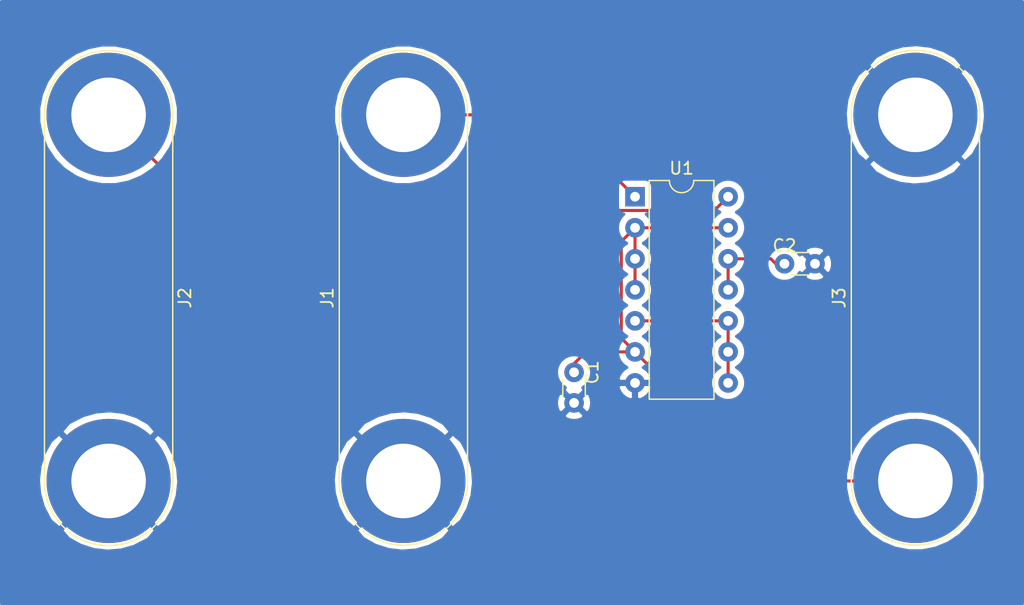
<source format=kicad_pcb>
(kicad_pcb (version 20171130) (host pcbnew "(5.1.9)-1")

  (general
    (thickness 1.6)
    (drawings 0)
    (tracks 21)
    (zones 0)
    (modules 6)
    (nets 7)
  )

  (page A4)
  (layers
    (0 F.Cu signal hide)
    (31 B.Cu signal)
    (32 B.Adhes user)
    (33 F.Adhes user)
    (34 B.Paste user)
    (35 F.Paste user)
    (36 B.SilkS user)
    (37 F.SilkS user)
    (38 B.Mask user)
    (39 F.Mask user)
    (40 Dwgs.User user)
    (41 Cmts.User user)
    (42 Eco1.User user)
    (43 Eco2.User user)
    (44 Edge.Cuts user)
    (45 Margin user)
    (46 B.CrtYd user)
    (47 F.CrtYd user)
    (48 B.Fab user)
    (49 F.Fab user)
  )

  (setup
    (last_trace_width 0.25)
    (trace_clearance 0.2)
    (zone_clearance 0.508)
    (zone_45_only no)
    (trace_min 0.2)
    (via_size 0.8)
    (via_drill 0.4)
    (via_min_size 0.4)
    (via_min_drill 0.3)
    (uvia_size 0.3)
    (uvia_drill 0.1)
    (uvias_allowed no)
    (uvia_min_size 0.2)
    (uvia_min_drill 0.1)
    (edge_width 0.05)
    (segment_width 0.2)
    (pcb_text_width 0.3)
    (pcb_text_size 1.5 1.5)
    (mod_edge_width 0.12)
    (mod_text_size 1 1)
    (mod_text_width 0.15)
    (pad_size 1.524 1.524)
    (pad_drill 0.762)
    (pad_to_mask_clearance 0)
    (aux_axis_origin 0 0)
    (visible_elements 7FFFFFFF)
    (pcbplotparams
      (layerselection 0x010fc_ffffffff)
      (usegerberextensions false)
      (usegerberattributes true)
      (usegerberadvancedattributes true)
      (creategerberjobfile true)
      (excludeedgelayer true)
      (linewidth 0.100000)
      (plotframeref false)
      (viasonmask false)
      (mode 1)
      (useauxorigin false)
      (hpglpennumber 1)
      (hpglpenspeed 20)
      (hpglpendiameter 15.000000)
      (psnegative false)
      (psa4output false)
      (plotreference true)
      (plotvalue true)
      (plotinvisibletext false)
      (padsonsilk false)
      (subtractmaskfromsilk false)
      (outputformat 1)
      (mirror false)
      (drillshape 1)
      (scaleselection 1)
      (outputdirectory ""))
  )

  (net 0 "")
  (net 1 GND)
  (net 2 "Net-(C2-Pad1)")
  (net 3 /Vin)
  (net 4 VDD)
  (net 5 "Net-(U1-Pad10)")
  (net 6 /Vout)

  (net_class Default "This is the default net class."
    (clearance 0.2)
    (trace_width 0.25)
    (via_dia 0.8)
    (via_drill 0.4)
    (uvia_dia 0.3)
    (uvia_drill 0.1)
    (add_net /Vin)
    (add_net /Vout)
    (add_net GND)
    (add_net "Net-(C2-Pad1)")
    (add_net "Net-(U1-Pad10)")
    (add_net VDD)
  )

  (module Capacitor_THT:C_Disc_D3.0mm_W1.6mm_P2.50mm (layer F.Cu) (tedit 5AE50EF0) (tstamp 60251C68)
    (at 160.7325 110.49)
    (descr "C, Disc series, Radial, pin pitch=2.50mm, , diameter*width=3.0*1.6mm^2, Capacitor, http://www.vishay.com/docs/45233/krseries.pdf")
    (tags "C Disc series Radial pin pitch 2.50mm  diameter 3.0mm width 1.6mm Capacitor")
    (path /60267550)
    (fp_text reference C2 (at 0 -1.48) (layer F.SilkS)
      (effects (font (size 1 1) (thickness 0.15)))
    )
    (fp_text value 14.88nF (at 0 1.48) (layer F.Fab)
      (effects (font (size 1 1) (thickness 0.15)))
    )
    (fp_text user %R (at 0 0) (layer F.Fab)
      (effects (font (size 0.4 0.4) (thickness 0.06)))
    )
    (fp_line (start -0.25 -0.8) (end -0.25 0.8) (layer F.Fab) (width 0.1))
    (fp_line (start -0.25 0.8) (end 2.75 0.8) (layer F.Fab) (width 0.1))
    (fp_line (start 2.75 0.8) (end 2.75 -0.8) (layer F.Fab) (width 0.1))
    (fp_line (start 2.75 -0.8) (end -0.25 -0.8) (layer F.Fab) (width 0.1))
    (fp_line (start 0.621 -0.92) (end 1.879 -0.92) (layer F.SilkS) (width 0.12))
    (fp_line (start 0.621 0.92) (end 1.879 0.92) (layer F.SilkS) (width 0.12))
    (fp_line (start -1.05 -1.05) (end -1.05 1.05) (layer F.CrtYd) (width 0.05))
    (fp_line (start -1.05 1.05) (end 3.55 1.05) (layer F.CrtYd) (width 0.05))
    (fp_line (start 3.55 1.05) (end 3.55 -1.05) (layer F.CrtYd) (width 0.05))
    (fp_line (start 3.55 -1.05) (end -1.05 -1.05) (layer F.CrtYd) (width 0.05))
    (pad 2 thru_hole circle (at 2.5 0) (size 1.6 1.6) (drill 0.8) (layers *.Cu *.Mask)
      (net 1 GND))
    (pad 1 thru_hole circle (at 0 0) (size 1.6 1.6) (drill 0.8) (layers *.Cu *.Mask)
      (net 2 "Net-(C2-Pad1)"))
    (model ${KISYS3DMOD}/Capacitor_THT.3dshapes/C_Disc_D3.0mm_W1.6mm_P2.50mm.wrl
      (at (xyz 0 0 0))
      (scale (xyz 1 1 1))
      (rotate (xyz 0 0 0))
    )
  )

  (module Capacitor_THT:C_Disc_D3.0mm_W1.6mm_P2.50mm (layer F.Cu) (tedit 5AE50EF0) (tstamp 60251C55)
    (at 143.51 119.38 270)
    (descr "C, Disc series, Radial, pin pitch=2.50mm, , diameter*width=3.0*1.6mm^2, Capacitor, http://www.vishay.com/docs/45233/krseries.pdf")
    (tags "C Disc series Radial pin pitch 2.50mm  diameter 3.0mm width 1.6mm Capacitor")
    (path /60268082)
    (fp_text reference C1 (at 0 -1.48 90) (layer F.SilkS)
      (effects (font (size 1 1) (thickness 0.15)))
    )
    (fp_text value 59.52nF (at 0 1.48 90) (layer F.Fab)
      (effects (font (size 1 1) (thickness 0.15)))
    )
    (fp_text user %R (at 0 0 90) (layer F.Fab)
      (effects (font (size 0.4 0.4) (thickness 0.06)))
    )
    (fp_line (start -0.25 -0.8) (end -0.25 0.8) (layer F.Fab) (width 0.1))
    (fp_line (start -0.25 0.8) (end 2.75 0.8) (layer F.Fab) (width 0.1))
    (fp_line (start 2.75 0.8) (end 2.75 -0.8) (layer F.Fab) (width 0.1))
    (fp_line (start 2.75 -0.8) (end -0.25 -0.8) (layer F.Fab) (width 0.1))
    (fp_line (start 0.621 -0.92) (end 1.879 -0.92) (layer F.SilkS) (width 0.12))
    (fp_line (start 0.621 0.92) (end 1.879 0.92) (layer F.SilkS) (width 0.12))
    (fp_line (start -1.05 -1.05) (end -1.05 1.05) (layer F.CrtYd) (width 0.05))
    (fp_line (start -1.05 1.05) (end 3.55 1.05) (layer F.CrtYd) (width 0.05))
    (fp_line (start 3.55 1.05) (end 3.55 -1.05) (layer F.CrtYd) (width 0.05))
    (fp_line (start 3.55 -1.05) (end -1.05 -1.05) (layer F.CrtYd) (width 0.05))
    (pad 2 thru_hole circle (at 2.5 0 270) (size 1.6 1.6) (drill 0.8) (layers *.Cu *.Mask)
      (net 1 GND))
    (pad 1 thru_hole circle (at 0 0 270) (size 1.6 1.6) (drill 0.8) (layers *.Cu *.Mask)
      (net 6 /Vout))
    (model ${KISYS3DMOD}/Capacitor_THT.3dshapes/C_Disc_D3.0mm_W1.6mm_P2.50mm.wrl
      (at (xyz 0 0 0))
      (scale (xyz 1 1 1))
      (rotate (xyz 0 0 0))
    )
  )

  (module Connector:Banana_Jack_2Pin (layer F.Cu) (tedit 5A1AB217) (tstamp 60251C7B)
    (at 129.54 128.27 90)
    (descr "Dual banana socket, footprint - 2 x 6mm drills")
    (tags "banana socket")
    (path /6026CFB6)
    (fp_text reference J1 (at 14.985 -6.24 90) (layer F.SilkS)
      (effects (font (size 1 1) (thickness 0.15)))
    )
    (fp_text value Conn_01x02 (at 14.985 6.29 90) (layer F.Fab)
      (effects (font (size 1 1) (thickness 0.15)))
    )
    (fp_arc (start 0 0) (end 0 5.25) (angle 180) (layer F.SilkS) (width 0.12))
    (fp_arc (start 30 0) (end 30 -5.25) (angle 180) (layer F.SilkS) (width 0.12))
    (fp_arc (start 30 0) (end 30 -5.5) (angle 180) (layer F.CrtYd) (width 0.05))
    (fp_arc (start 0 0) (end 0 5.5) (angle 180) (layer F.CrtYd) (width 0.05))
    (fp_text user %R (at 14.985 0 90) (layer F.Fab)
      (effects (font (size 1 1) (thickness 0.15)))
    )
    (fp_line (start 30 -5.5) (end 0 -5.5) (layer F.CrtYd) (width 0.05))
    (fp_line (start 0 5.5) (end 30 5.5) (layer F.CrtYd) (width 0.05))
    (fp_line (start 0 5.25) (end 30 5.25) (layer F.SilkS) (width 0.12))
    (fp_line (start 30 -5.25) (end 0 -5.25) (layer F.SilkS) (width 0.12))
    (fp_circle (center 30 0) (end 32 0) (layer F.Fab) (width 0.1))
    (fp_circle (center 0 0) (end 2 0) (layer F.Fab) (width 0.1))
    (fp_circle (center 0 0) (end 4.75 0) (layer F.Fab) (width 0.1))
    (fp_circle (center 30 0) (end 34.75 0) (layer F.Fab) (width 0.1))
    (pad 2 thru_hole circle (at 29.97 0 90) (size 10.16 10.16) (drill 6.1) (layers *.Cu *.Mask)
      (net 3 /Vin))
    (pad 1 thru_hole circle (at 0 0 90) (size 10.16 10.16) (drill 6.1) (layers *.Cu *.Mask)
      (net 1 GND))
    (model ${KISYS3DMOD}/Connector.3dshapes/Banana_Jack_2Pin.wrl
      (offset (xyz 14.98599977493286 0 0))
      (scale (xyz 2 2 2))
      (rotate (xyz 0 0 0))
    )
  )

  (module Connector:Banana_Jack_2Pin (layer F.Cu) (tedit 5A1AB217) (tstamp 60251C8E)
    (at 105.41 98.3 270)
    (descr "Dual banana socket, footprint - 2 x 6mm drills")
    (tags "banana socket")
    (path /6026E228)
    (fp_text reference J2 (at 14.985 -6.24 90) (layer F.SilkS)
      (effects (font (size 1 1) (thickness 0.15)))
    )
    (fp_text value Conn_01x02 (at 14.985 6.29 90) (layer F.Fab)
      (effects (font (size 1 1) (thickness 0.15)))
    )
    (fp_arc (start 0 0) (end 0 5.25) (angle 180) (layer F.SilkS) (width 0.12))
    (fp_arc (start 30 0) (end 30 -5.25) (angle 180) (layer F.SilkS) (width 0.12))
    (fp_arc (start 30 0) (end 30 -5.5) (angle 180) (layer F.CrtYd) (width 0.05))
    (fp_arc (start 0 0) (end 0 5.5) (angle 180) (layer F.CrtYd) (width 0.05))
    (fp_text user %R (at 14.985 0 90) (layer F.Fab)
      (effects (font (size 1 1) (thickness 0.15)))
    )
    (fp_line (start 30 -5.5) (end 0 -5.5) (layer F.CrtYd) (width 0.05))
    (fp_line (start 0 5.5) (end 30 5.5) (layer F.CrtYd) (width 0.05))
    (fp_line (start 0 5.25) (end 30 5.25) (layer F.SilkS) (width 0.12))
    (fp_line (start 30 -5.25) (end 0 -5.25) (layer F.SilkS) (width 0.12))
    (fp_circle (center 30 0) (end 32 0) (layer F.Fab) (width 0.1))
    (fp_circle (center 0 0) (end 2 0) (layer F.Fab) (width 0.1))
    (fp_circle (center 0 0) (end 4.75 0) (layer F.Fab) (width 0.1))
    (fp_circle (center 30 0) (end 34.75 0) (layer F.Fab) (width 0.1))
    (pad 2 thru_hole circle (at 29.97 0 270) (size 10.16 10.16) (drill 6.1) (layers *.Cu *.Mask)
      (net 1 GND))
    (pad 1 thru_hole circle (at 0 0 270) (size 10.16 10.16) (drill 6.1) (layers *.Cu *.Mask)
      (net 4 VDD))
    (model ${KISYS3DMOD}/Connector.3dshapes/Banana_Jack_2Pin.wrl
      (offset (xyz 14.98599977493286 0 0))
      (scale (xyz 2 2 2))
      (rotate (xyz 0 0 0))
    )
  )

  (module Connector:Banana_Jack_2Pin (layer F.Cu) (tedit 5A1AB217) (tstamp 60251CA1)
    (at 171.45 128.27 90)
    (descr "Dual banana socket, footprint - 2 x 6mm drills")
    (tags "banana socket")
    (path /6026B61B)
    (fp_text reference J3 (at 14.985 -6.24 90) (layer F.SilkS)
      (effects (font (size 1 1) (thickness 0.15)))
    )
    (fp_text value Conn_01x02 (at 14.985 6.29 90) (layer F.Fab)
      (effects (font (size 1 1) (thickness 0.15)))
    )
    (fp_arc (start 0 0) (end 0 5.25) (angle 180) (layer F.SilkS) (width 0.12))
    (fp_arc (start 30 0) (end 30 -5.25) (angle 180) (layer F.SilkS) (width 0.12))
    (fp_arc (start 30 0) (end 30 -5.5) (angle 180) (layer F.CrtYd) (width 0.05))
    (fp_arc (start 0 0) (end 0 5.5) (angle 180) (layer F.CrtYd) (width 0.05))
    (fp_text user %R (at 14.985 0 90) (layer F.Fab)
      (effects (font (size 1 1) (thickness 0.15)))
    )
    (fp_line (start 30 -5.5) (end 0 -5.5) (layer F.CrtYd) (width 0.05))
    (fp_line (start 0 5.5) (end 30 5.5) (layer F.CrtYd) (width 0.05))
    (fp_line (start 0 5.25) (end 30 5.25) (layer F.SilkS) (width 0.12))
    (fp_line (start 30 -5.25) (end 0 -5.25) (layer F.SilkS) (width 0.12))
    (fp_circle (center 30 0) (end 32 0) (layer F.Fab) (width 0.1))
    (fp_circle (center 0 0) (end 2 0) (layer F.Fab) (width 0.1))
    (fp_circle (center 0 0) (end 4.75 0) (layer F.Fab) (width 0.1))
    (fp_circle (center 30 0) (end 34.75 0) (layer F.Fab) (width 0.1))
    (pad 2 thru_hole circle (at 29.97 0 90) (size 10.16 10.16) (drill 6.1) (layers *.Cu *.Mask)
      (net 1 GND))
    (pad 1 thru_hole circle (at 0 0 90) (size 10.16 10.16) (drill 6.1) (layers *.Cu *.Mask)
      (net 6 /Vout))
    (model ${KISYS3DMOD}/Connector.3dshapes/Banana_Jack_2Pin.wrl
      (offset (xyz 14.98599977493286 0 0))
      (scale (xyz 2 2 2))
      (rotate (xyz 0 0 0))
    )
  )

  (module Package_DIP:DIP-14_W7.62mm (layer F.Cu) (tedit 5A02E8C5) (tstamp 60251CC3)
    (at 148.5011 105.0036)
    (descr "14-lead though-hole mounted DIP package, row spacing 7.62 mm (300 mils)")
    (tags "THT DIP DIL PDIP 2.54mm 7.62mm 300mil")
    (path /6026EFAE)
    (fp_text reference U1 (at 3.81 -2.33) (layer F.SilkS)
      (effects (font (size 1 1) (thickness 0.15)))
    )
    (fp_text value 4069 (at 3.81 17.57) (layer F.Fab)
      (effects (font (size 1 1) (thickness 0.15)))
    )
    (fp_text user %R (at 3.81 7.62) (layer F.Fab)
      (effects (font (size 1 1) (thickness 0.15)))
    )
    (fp_arc (start 3.81 -1.33) (end 2.81 -1.33) (angle -180) (layer F.SilkS) (width 0.12))
    (fp_line (start 1.635 -1.27) (end 6.985 -1.27) (layer F.Fab) (width 0.1))
    (fp_line (start 6.985 -1.27) (end 6.985 16.51) (layer F.Fab) (width 0.1))
    (fp_line (start 6.985 16.51) (end 0.635 16.51) (layer F.Fab) (width 0.1))
    (fp_line (start 0.635 16.51) (end 0.635 -0.27) (layer F.Fab) (width 0.1))
    (fp_line (start 0.635 -0.27) (end 1.635 -1.27) (layer F.Fab) (width 0.1))
    (fp_line (start 2.81 -1.33) (end 1.16 -1.33) (layer F.SilkS) (width 0.12))
    (fp_line (start 1.16 -1.33) (end 1.16 16.57) (layer F.SilkS) (width 0.12))
    (fp_line (start 1.16 16.57) (end 6.46 16.57) (layer F.SilkS) (width 0.12))
    (fp_line (start 6.46 16.57) (end 6.46 -1.33) (layer F.SilkS) (width 0.12))
    (fp_line (start 6.46 -1.33) (end 4.81 -1.33) (layer F.SilkS) (width 0.12))
    (fp_line (start -1.1 -1.55) (end -1.1 16.8) (layer F.CrtYd) (width 0.05))
    (fp_line (start -1.1 16.8) (end 8.7 16.8) (layer F.CrtYd) (width 0.05))
    (fp_line (start 8.7 16.8) (end 8.7 -1.55) (layer F.CrtYd) (width 0.05))
    (fp_line (start 8.7 -1.55) (end -1.1 -1.55) (layer F.CrtYd) (width 0.05))
    (pad 14 thru_hole oval (at 7.62 0) (size 1.6 1.6) (drill 0.8) (layers *.Cu *.Mask)
      (net 4 VDD))
    (pad 7 thru_hole oval (at 0 15.24) (size 1.6 1.6) (drill 0.8) (layers *.Cu *.Mask)
      (net 1 GND))
    (pad 13 thru_hole oval (at 7.62 2.54) (size 1.6 1.6) (drill 0.8) (layers *.Cu *.Mask)
      (net 6 /Vout))
    (pad 6 thru_hole oval (at 0 12.7) (size 1.6 1.6) (drill 0.8) (layers *.Cu *.Mask)
      (net 6 /Vout))
    (pad 12 thru_hole oval (at 7.62 5.08) (size 1.6 1.6) (drill 0.8) (layers *.Cu *.Mask)
      (net 2 "Net-(C2-Pad1)"))
    (pad 5 thru_hole oval (at 0 10.16) (size 1.6 1.6) (drill 0.8) (layers *.Cu *.Mask)
      (net 5 "Net-(U1-Pad10)"))
    (pad 11 thru_hole oval (at 7.62 7.62) (size 1.6 1.6) (drill 0.8) (layers *.Cu *.Mask)
      (net 2 "Net-(C2-Pad1)"))
    (pad 4 thru_hole oval (at 0 7.62) (size 1.6 1.6) (drill 0.8) (layers *.Cu *.Mask)
      (net 6 /Vout))
    (pad 10 thru_hole oval (at 7.62 10.16) (size 1.6 1.6) (drill 0.8) (layers *.Cu *.Mask)
      (net 5 "Net-(U1-Pad10)"))
    (pad 3 thru_hole oval (at 0 5.08) (size 1.6 1.6) (drill 0.8) (layers *.Cu *.Mask)
      (net 6 /Vout))
    (pad 9 thru_hole oval (at 7.62 12.7) (size 1.6 1.6) (drill 0.8) (layers *.Cu *.Mask)
      (net 5 "Net-(U1-Pad10)"))
    (pad 2 thru_hole oval (at 0 2.54) (size 1.6 1.6) (drill 0.8) (layers *.Cu *.Mask)
      (net 6 /Vout))
    (pad 8 thru_hole oval (at 7.62 15.24) (size 1.6 1.6) (drill 0.8) (layers *.Cu *.Mask)
      (net 5 "Net-(U1-Pad10)"))
    (pad 1 thru_hole rect (at 0 0) (size 1.6 1.6) (drill 0.8) (layers *.Cu *.Mask)
      (net 3 /Vin))
    (model ${KISYS3DMOD}/Package_DIP.3dshapes/DIP-14_W7.62mm.wrl
      (at (xyz 0 0 0))
      (scale (xyz 1 1 1))
      (rotate (xyz 0 0 0))
    )
  )

  (segment (start 148.35 120.0925) (end 148.5011 120.2436) (width 0.25) (layer F.Cu) (net 1))
  (segment (start 144.4739 117.7036) (end 143.51 118.6675) (width 0.25) (layer F.Cu) (net 6))
  (segment (start 148.5011 117.7036) (end 144.4739 117.7036) (width 0.25) (layer F.Cu) (net 6))
  (segment (start 159.0675 128.27) (end 171.45 128.27) (width 0.25) (layer F.Cu) (net 6))
  (segment (start 148.5011 117.7036) (end 159.0675 128.27) (width 0.25) (layer F.Cu) (net 6))
  (segment (start 147.376099 108.668601) (end 148.5011 107.5436) (width 0.25) (layer F.Cu) (net 6))
  (segment (start 147.376099 116.578599) (end 147.376099 108.668601) (width 0.25) (layer F.Cu) (net 6))
  (segment (start 148.5011 117.7036) (end 147.376099 116.578599) (width 0.25) (layer F.Cu) (net 6))
  (segment (start 156.1211 107.5436) (end 148.5011 107.5436) (width 0.25) (layer F.Cu) (net 6))
  (segment (start 148.5011 110.0836) (end 148.5011 107.5436) (width 0.25) (layer F.Cu) (net 6))
  (segment (start 148.5011 112.6236) (end 148.5011 110.5789) (width 0.25) (layer F.Cu) (net 6))
  (segment (start 159.6136 110.0836) (end 160.02 110.49) (width 0.25) (layer F.Cu) (net 2))
  (segment (start 156.1211 110.0836) (end 159.6136 110.0836) (width 0.25) (layer F.Cu) (net 2))
  (segment (start 156.1211 110.0836) (end 156.1211 112.6236) (width 0.25) (layer F.Cu) (net 2))
  (segment (start 141.7975 98.3) (end 148.5011 105.0036) (width 0.25) (layer F.Cu) (net 3))
  (segment (start 129.54 98.3) (end 141.7975 98.3) (width 0.25) (layer F.Cu) (net 3))
  (segment (start 154.996099 106.128601) (end 156.1211 105.0036) (width 0.25) (layer F.Cu) (net 4))
  (segment (start 113.238601 106.128601) (end 154.996099 106.128601) (width 0.25) (layer F.Cu) (net 4))
  (segment (start 105.41 98.3) (end 113.238601 106.128601) (width 0.25) (layer F.Cu) (net 4))
  (segment (start 156.1211 120.2436) (end 156.1211 115.1636) (width 0.25) (layer F.Cu) (net 5))
  (segment (start 148.5011 115.1636) (end 156.1211 115.1636) (width 0.25) (layer F.Cu) (net 5))

  (zone (net 1) (net_name GND) (layer B.Cu) (tstamp 6025BC43) (hatch edge 0.508)
    (connect_pads (clearance 0.508))
    (min_thickness 0.254)
    (fill yes (arc_segments 32) (thermal_gap 0.508) (thermal_bridge_width 0.508))
    (polygon
      (pts
        (xy 180.34 138.43) (xy 96.52 138.43) (xy 96.52 88.9) (xy 180.34 88.9)
      )
    )
    (filled_polygon
      (pts
        (xy 180.213 138.303) (xy 96.647 138.303) (xy 96.647 132.307196) (xy 101.552409 132.307196) (xy 102.138124 132.989416)
        (xy 103.121704 133.537045) (xy 104.193223 133.882265) (xy 105.311501 134.011808) (xy 106.433565 133.920697) (xy 107.516294 133.612433)
        (xy 108.518079 133.098863) (xy 108.681876 132.989416) (xy 109.267591 132.307196) (xy 125.682409 132.307196) (xy 126.268124 132.989416)
        (xy 127.251704 133.537045) (xy 128.323223 133.882265) (xy 129.441501 134.011808) (xy 130.563565 133.920697) (xy 131.646294 133.612433)
        (xy 132.648079 133.098863) (xy 132.811876 132.989416) (xy 133.397591 132.307196) (xy 129.54 128.449605) (xy 125.682409 132.307196)
        (xy 109.267591 132.307196) (xy 105.41 128.449605) (xy 101.552409 132.307196) (xy 96.647 132.307196) (xy 96.647 128.171501)
        (xy 99.668192 128.171501) (xy 99.759303 129.293565) (xy 100.067567 130.376294) (xy 100.581137 131.378079) (xy 100.690584 131.541876)
        (xy 101.372804 132.127591) (xy 105.230395 128.27) (xy 105.589605 128.27) (xy 109.447196 132.127591) (xy 110.129416 131.541876)
        (xy 110.677045 130.558296) (xy 111.022265 129.486777) (xy 111.151808 128.368499) (xy 111.135812 128.171501) (xy 123.798192 128.171501)
        (xy 123.889303 129.293565) (xy 124.197567 130.376294) (xy 124.711137 131.378079) (xy 124.820584 131.541876) (xy 125.502804 132.127591)
        (xy 129.360395 128.27) (xy 129.719605 128.27) (xy 133.577196 132.127591) (xy 134.259416 131.541876) (xy 134.807045 130.558296)
        (xy 135.152265 129.486777) (xy 135.281808 128.368499) (xy 135.228105 127.707122) (xy 165.735 127.707122) (xy 165.735 128.832878)
        (xy 165.954625 129.937004) (xy 166.385433 130.977067) (xy 167.01087 131.9131) (xy 167.8069 132.70913) (xy 168.742933 133.334567)
        (xy 169.782996 133.765375) (xy 170.887122 133.985) (xy 172.012878 133.985) (xy 173.117004 133.765375) (xy 174.157067 133.334567)
        (xy 175.0931 132.70913) (xy 175.88913 131.9131) (xy 176.514567 130.977067) (xy 176.945375 129.937004) (xy 177.165 128.832878)
        (xy 177.165 127.707122) (xy 176.945375 126.602996) (xy 176.514567 125.562933) (xy 175.88913 124.6269) (xy 175.0931 123.83087)
        (xy 174.157067 123.205433) (xy 173.117004 122.774625) (xy 172.012878 122.555) (xy 170.887122 122.555) (xy 169.782996 122.774625)
        (xy 168.742933 123.205433) (xy 167.8069 123.83087) (xy 167.01087 124.6269) (xy 166.385433 125.562933) (xy 165.954625 126.602996)
        (xy 165.735 127.707122) (xy 135.228105 127.707122) (xy 135.190697 127.246435) (xy 134.882433 126.163706) (xy 134.368863 125.161921)
        (xy 134.259416 124.998124) (xy 133.577196 124.412409) (xy 129.719605 128.27) (xy 129.360395 128.27) (xy 125.502804 124.412409)
        (xy 124.820584 124.998124) (xy 124.272955 125.981704) (xy 123.927735 127.053223) (xy 123.798192 128.171501) (xy 111.135812 128.171501)
        (xy 111.060697 127.246435) (xy 110.752433 126.163706) (xy 110.238863 125.161921) (xy 110.129416 124.998124) (xy 109.447196 124.412409)
        (xy 105.589605 128.27) (xy 105.230395 128.27) (xy 101.372804 124.412409) (xy 100.690584 124.998124) (xy 100.142955 125.981704)
        (xy 99.797735 127.053223) (xy 99.668192 128.171501) (xy 96.647 128.171501) (xy 96.647 124.232804) (xy 101.552409 124.232804)
        (xy 105.41 128.090395) (xy 109.267591 124.232804) (xy 125.682409 124.232804) (xy 129.54 128.090395) (xy 133.397591 124.232804)
        (xy 132.811876 123.550584) (xy 131.828296 123.002955) (xy 131.424008 122.872702) (xy 142.696903 122.872702) (xy 142.768486 123.116671)
        (xy 143.023996 123.237571) (xy 143.298184 123.3063) (xy 143.580512 123.320217) (xy 143.86013 123.278787) (xy 144.126292 123.183603)
        (xy 144.251514 123.116671) (xy 144.323097 122.872702) (xy 143.51 122.059605) (xy 142.696903 122.872702) (xy 131.424008 122.872702)
        (xy 130.756777 122.657735) (xy 129.638499 122.528192) (xy 128.516435 122.619303) (xy 127.433706 122.927567) (xy 126.431921 123.441137)
        (xy 126.268124 123.550584) (xy 125.682409 124.232804) (xy 109.267591 124.232804) (xy 108.681876 123.550584) (xy 107.698296 123.002955)
        (xy 106.626777 122.657735) (xy 105.508499 122.528192) (xy 104.386435 122.619303) (xy 103.303706 122.927567) (xy 102.301921 123.441137)
        (xy 102.138124 123.550584) (xy 101.552409 124.232804) (xy 96.647 124.232804) (xy 96.647 121.950512) (xy 142.069783 121.950512)
        (xy 142.111213 122.23013) (xy 142.206397 122.496292) (xy 142.273329 122.621514) (xy 142.517298 122.693097) (xy 143.330395 121.88)
        (xy 143.689605 121.88) (xy 144.502702 122.693097) (xy 144.746671 122.621514) (xy 144.867571 122.366004) (xy 144.9363 122.091816)
        (xy 144.950217 121.809488) (xy 144.908787 121.52987) (xy 144.813603 121.263708) (xy 144.746671 121.138486) (xy 144.502702 121.066903)
        (xy 143.689605 121.88) (xy 143.330395 121.88) (xy 142.517298 121.066903) (xy 142.273329 121.138486) (xy 142.152429 121.393996)
        (xy 142.0837 121.668184) (xy 142.069783 121.950512) (xy 96.647 121.950512) (xy 96.647 119.238665) (xy 142.075 119.238665)
        (xy 142.075 119.521335) (xy 142.130147 119.798574) (xy 142.23832 120.059727) (xy 142.395363 120.294759) (xy 142.595241 120.494637)
        (xy 142.795869 120.628692) (xy 142.768486 120.643329) (xy 142.696903 120.887298) (xy 143.51 121.700395) (xy 144.323097 120.887298)
        (xy 144.251514 120.643329) (xy 144.222659 120.629676) (xy 144.278088 120.592639) (xy 147.109196 120.592639) (xy 147.149854 120.726687)
        (xy 147.270063 120.98102) (xy 147.437581 121.207014) (xy 147.645969 121.395985) (xy 147.887219 121.54067) (xy 148.15206 121.635509)
        (xy 148.3741 121.514224) (xy 148.3741 120.3706) (xy 148.6281 120.3706) (xy 148.6281 121.514224) (xy 148.85014 121.635509)
        (xy 149.114981 121.54067) (xy 149.356231 121.395985) (xy 149.564619 121.207014) (xy 149.732137 120.98102) (xy 149.852346 120.726687)
        (xy 149.893004 120.592639) (xy 149.771015 120.3706) (xy 148.6281 120.3706) (xy 148.3741 120.3706) (xy 147.231185 120.3706)
        (xy 147.109196 120.592639) (xy 144.278088 120.592639) (xy 144.424759 120.494637) (xy 144.624637 120.294759) (xy 144.78168 120.059727)
        (xy 144.889853 119.798574) (xy 144.945 119.521335) (xy 144.945 119.238665) (xy 144.889853 118.961426) (xy 144.78168 118.700273)
        (xy 144.624637 118.465241) (xy 144.424759 118.265363) (xy 144.189727 118.10832) (xy 143.928574 118.000147) (xy 143.651335 117.945)
        (xy 143.368665 117.945) (xy 143.091426 118.000147) (xy 142.830273 118.10832) (xy 142.595241 118.265363) (xy 142.395363 118.465241)
        (xy 142.23832 118.700273) (xy 142.130147 118.961426) (xy 142.075 119.238665) (xy 96.647 119.238665) (xy 96.647 104.2036)
        (xy 147.063028 104.2036) (xy 147.063028 105.8036) (xy 147.075288 105.928082) (xy 147.111598 106.04778) (xy 147.170563 106.158094)
        (xy 147.249915 106.254785) (xy 147.346606 106.334137) (xy 147.45692 106.393102) (xy 147.576618 106.429412) (xy 147.585061 106.430243)
        (xy 147.386463 106.628841) (xy 147.22942 106.863873) (xy 147.121247 107.125026) (xy 147.0661 107.402265) (xy 147.0661 107.684935)
        (xy 147.121247 107.962174) (xy 147.22942 108.223327) (xy 147.386463 108.458359) (xy 147.586341 108.658237) (xy 147.818859 108.8136)
        (xy 147.586341 108.968963) (xy 147.386463 109.168841) (xy 147.22942 109.403873) (xy 147.121247 109.665026) (xy 147.0661 109.942265)
        (xy 147.0661 110.224935) (xy 147.121247 110.502174) (xy 147.22942 110.763327) (xy 147.386463 110.998359) (xy 147.586341 111.198237)
        (xy 147.818859 111.3536) (xy 147.586341 111.508963) (xy 147.386463 111.708841) (xy 147.22942 111.943873) (xy 147.121247 112.205026)
        (xy 147.0661 112.482265) (xy 147.0661 112.764935) (xy 147.121247 113.042174) (xy 147.22942 113.303327) (xy 147.386463 113.538359)
        (xy 147.586341 113.738237) (xy 147.818859 113.8936) (xy 147.586341 114.048963) (xy 147.386463 114.248841) (xy 147.22942 114.483873)
        (xy 147.121247 114.745026) (xy 147.0661 115.022265) (xy 147.0661 115.304935) (xy 147.121247 115.582174) (xy 147.22942 115.843327)
        (xy 147.386463 116.078359) (xy 147.586341 116.278237) (xy 147.818859 116.4336) (xy 147.586341 116.588963) (xy 147.386463 116.788841)
        (xy 147.22942 117.023873) (xy 147.121247 117.285026) (xy 147.0661 117.562265) (xy 147.0661 117.844935) (xy 147.121247 118.122174)
        (xy 147.22942 118.383327) (xy 147.386463 118.618359) (xy 147.586341 118.818237) (xy 147.821373 118.97528) (xy 147.831965 118.979667)
        (xy 147.645969 119.091215) (xy 147.437581 119.280186) (xy 147.270063 119.50618) (xy 147.149854 119.760513) (xy 147.109196 119.894561)
        (xy 147.231185 120.1166) (xy 148.3741 120.1166) (xy 148.3741 120.0966) (xy 148.6281 120.0966) (xy 148.6281 120.1166)
        (xy 149.771015 120.1166) (xy 149.893004 119.894561) (xy 149.852346 119.760513) (xy 149.732137 119.50618) (xy 149.564619 119.280186)
        (xy 149.356231 119.091215) (xy 149.170235 118.979667) (xy 149.180827 118.97528) (xy 149.415859 118.818237) (xy 149.615737 118.618359)
        (xy 149.77278 118.383327) (xy 149.880953 118.122174) (xy 149.9361 117.844935) (xy 149.9361 117.562265) (xy 149.880953 117.285026)
        (xy 149.77278 117.023873) (xy 149.615737 116.788841) (xy 149.415859 116.588963) (xy 149.183341 116.4336) (xy 149.415859 116.278237)
        (xy 149.615737 116.078359) (xy 149.77278 115.843327) (xy 149.880953 115.582174) (xy 149.9361 115.304935) (xy 149.9361 115.022265)
        (xy 149.880953 114.745026) (xy 149.77278 114.483873) (xy 149.615737 114.248841) (xy 149.415859 114.048963) (xy 149.183341 113.8936)
        (xy 149.415859 113.738237) (xy 149.615737 113.538359) (xy 149.77278 113.303327) (xy 149.880953 113.042174) (xy 149.9361 112.764935)
        (xy 149.9361 112.482265) (xy 149.880953 112.205026) (xy 149.77278 111.943873) (xy 149.615737 111.708841) (xy 149.415859 111.508963)
        (xy 149.183341 111.3536) (xy 149.415859 111.198237) (xy 149.615737 110.998359) (xy 149.77278 110.763327) (xy 149.880953 110.502174)
        (xy 149.9361 110.224935) (xy 149.9361 109.942265) (xy 149.880953 109.665026) (xy 149.77278 109.403873) (xy 149.615737 109.168841)
        (xy 149.415859 108.968963) (xy 149.183341 108.8136) (xy 149.415859 108.658237) (xy 149.615737 108.458359) (xy 149.77278 108.223327)
        (xy 149.880953 107.962174) (xy 149.9361 107.684935) (xy 149.9361 107.402265) (xy 149.880953 107.125026) (xy 149.77278 106.863873)
        (xy 149.615737 106.628841) (xy 149.417139 106.430243) (xy 149.425582 106.429412) (xy 149.54528 106.393102) (xy 149.655594 106.334137)
        (xy 149.752285 106.254785) (xy 149.831637 106.158094) (xy 149.890602 106.04778) (xy 149.926912 105.928082) (xy 149.939172 105.8036)
        (xy 149.939172 104.862265) (xy 154.6861 104.862265) (xy 154.6861 105.144935) (xy 154.741247 105.422174) (xy 154.84942 105.683327)
        (xy 155.006463 105.918359) (xy 155.206341 106.118237) (xy 155.438859 106.2736) (xy 155.206341 106.428963) (xy 155.006463 106.628841)
        (xy 154.84942 106.863873) (xy 154.741247 107.125026) (xy 154.6861 107.402265) (xy 154.6861 107.684935) (xy 154.741247 107.962174)
        (xy 154.84942 108.223327) (xy 155.006463 108.458359) (xy 155.206341 108.658237) (xy 155.438859 108.8136) (xy 155.206341 108.968963)
        (xy 155.006463 109.168841) (xy 154.84942 109.403873) (xy 154.741247 109.665026) (xy 154.6861 109.942265) (xy 154.6861 110.224935)
        (xy 154.741247 110.502174) (xy 154.84942 110.763327) (xy 155.006463 110.998359) (xy 155.206341 111.198237) (xy 155.438859 111.3536)
        (xy 155.206341 111.508963) (xy 155.006463 111.708841) (xy 154.84942 111.943873) (xy 154.741247 112.205026) (xy 154.6861 112.482265)
        (xy 154.6861 112.764935) (xy 154.741247 113.042174) (xy 154.84942 113.303327) (xy 155.006463 113.538359) (xy 155.206341 113.738237)
        (xy 155.438859 113.8936) (xy 155.206341 114.048963) (xy 155.006463 114.248841) (xy 154.84942 114.483873) (xy 154.741247 114.745026)
        (xy 154.6861 115.022265) (xy 154.6861 115.304935) (xy 154.741247 115.582174) (xy 154.84942 115.843327) (xy 155.006463 116.078359)
        (xy 155.206341 116.278237) (xy 155.438859 116.4336) (xy 155.206341 116.588963) (xy 155.006463 116.788841) (xy 154.84942 117.023873)
        (xy 154.741247 117.285026) (xy 154.6861 117.562265) (xy 154.6861 117.844935) (xy 154.741247 118.122174) (xy 154.84942 118.383327)
        (xy 155.006463 118.618359) (xy 155.206341 118.818237) (xy 155.438859 118.9736) (xy 155.206341 119.128963) (xy 155.006463 119.328841)
        (xy 154.84942 119.563873) (xy 154.741247 119.825026) (xy 154.6861 120.102265) (xy 154.6861 120.384935) (xy 154.741247 120.662174)
        (xy 154.84942 120.923327) (xy 155.006463 121.158359) (xy 155.206341 121.358237) (xy 155.441373 121.51528) (xy 155.702526 121.623453)
        (xy 155.979765 121.6786) (xy 156.262435 121.6786) (xy 156.539674 121.623453) (xy 156.800827 121.51528) (xy 157.035859 121.358237)
        (xy 157.235737 121.158359) (xy 157.39278 120.923327) (xy 157.500953 120.662174) (xy 157.5561 120.384935) (xy 157.5561 120.102265)
        (xy 157.500953 119.825026) (xy 157.39278 119.563873) (xy 157.235737 119.328841) (xy 157.035859 119.128963) (xy 156.803341 118.9736)
        (xy 157.035859 118.818237) (xy 157.235737 118.618359) (xy 157.39278 118.383327) (xy 157.500953 118.122174) (xy 157.5561 117.844935)
        (xy 157.5561 117.562265) (xy 157.500953 117.285026) (xy 157.39278 117.023873) (xy 157.235737 116.788841) (xy 157.035859 116.588963)
        (xy 156.803341 116.4336) (xy 157.035859 116.278237) (xy 157.235737 116.078359) (xy 157.39278 115.843327) (xy 157.500953 115.582174)
        (xy 157.5561 115.304935) (xy 157.5561 115.022265) (xy 157.500953 114.745026) (xy 157.39278 114.483873) (xy 157.235737 114.248841)
        (xy 157.035859 114.048963) (xy 156.803341 113.8936) (xy 157.035859 113.738237) (xy 157.235737 113.538359) (xy 157.39278 113.303327)
        (xy 157.500953 113.042174) (xy 157.5561 112.764935) (xy 157.5561 112.482265) (xy 157.500953 112.205026) (xy 157.39278 111.943873)
        (xy 157.235737 111.708841) (xy 157.035859 111.508963) (xy 156.803341 111.3536) (xy 157.035859 111.198237) (xy 157.235737 110.998359)
        (xy 157.39278 110.763327) (xy 157.500953 110.502174) (xy 157.531488 110.348665) (xy 159.2975 110.348665) (xy 159.2975 110.631335)
        (xy 159.352647 110.908574) (xy 159.46082 111.169727) (xy 159.617863 111.404759) (xy 159.817741 111.604637) (xy 160.052773 111.76168)
        (xy 160.313926 111.869853) (xy 160.591165 111.925) (xy 160.873835 111.925) (xy 161.151074 111.869853) (xy 161.412227 111.76168)
        (xy 161.647259 111.604637) (xy 161.769194 111.482702) (xy 162.419403 111.482702) (xy 162.490986 111.726671) (xy 162.746496 111.847571)
        (xy 163.020684 111.9163) (xy 163.303012 111.930217) (xy 163.58263 111.888787) (xy 163.848792 111.793603) (xy 163.974014 111.726671)
        (xy 164.045597 111.482702) (xy 163.2325 110.669605) (xy 162.419403 111.482702) (xy 161.769194 111.482702) (xy 161.847137 111.404759)
        (xy 161.981192 111.204131) (xy 161.995829 111.231514) (xy 162.239798 111.303097) (xy 163.052895 110.49) (xy 163.412105 110.49)
        (xy 164.225202 111.303097) (xy 164.469171 111.231514) (xy 164.590071 110.976004) (xy 164.6588 110.701816) (xy 164.672717 110.419488)
        (xy 164.631287 110.13987) (xy 164.536103 109.873708) (xy 164.469171 109.748486) (xy 164.225202 109.676903) (xy 163.412105 110.49)
        (xy 163.052895 110.49) (xy 162.239798 109.676903) (xy 161.995829 109.748486) (xy 161.982176 109.777341) (xy 161.847137 109.575241)
        (xy 161.769194 109.497298) (xy 162.419403 109.497298) (xy 163.2325 110.310395) (xy 164.045597 109.497298) (xy 163.974014 109.253329)
        (xy 163.718504 109.132429) (xy 163.444316 109.0637) (xy 163.161988 109.049783) (xy 162.88237 109.091213) (xy 162.616208 109.186397)
        (xy 162.490986 109.253329) (xy 162.419403 109.497298) (xy 161.769194 109.497298) (xy 161.647259 109.375363) (xy 161.412227 109.21832)
        (xy 161.151074 109.110147) (xy 160.873835 109.055) (xy 160.591165 109.055) (xy 160.313926 109.110147) (xy 160.052773 109.21832)
        (xy 159.817741 109.375363) (xy 159.617863 109.575241) (xy 159.46082 109.810273) (xy 159.352647 110.071426) (xy 159.2975 110.348665)
        (xy 157.531488 110.348665) (xy 157.5561 110.224935) (xy 157.5561 109.942265) (xy 157.500953 109.665026) (xy 157.39278 109.403873)
        (xy 157.235737 109.168841) (xy 157.035859 108.968963) (xy 156.803341 108.8136) (xy 157.035859 108.658237) (xy 157.235737 108.458359)
        (xy 157.39278 108.223327) (xy 157.500953 107.962174) (xy 157.5561 107.684935) (xy 157.5561 107.402265) (xy 157.500953 107.125026)
        (xy 157.39278 106.863873) (xy 157.235737 106.628841) (xy 157.035859 106.428963) (xy 156.803341 106.2736) (xy 157.035859 106.118237)
        (xy 157.235737 105.918359) (xy 157.39278 105.683327) (xy 157.500953 105.422174) (xy 157.5561 105.144935) (xy 157.5561 104.862265)
        (xy 157.500953 104.585026) (xy 157.39278 104.323873) (xy 157.235737 104.088841) (xy 157.035859 103.888963) (xy 156.800827 103.73192)
        (xy 156.539674 103.623747) (xy 156.262435 103.5686) (xy 155.979765 103.5686) (xy 155.702526 103.623747) (xy 155.441373 103.73192)
        (xy 155.206341 103.888963) (xy 155.006463 104.088841) (xy 154.84942 104.323873) (xy 154.741247 104.585026) (xy 154.6861 104.862265)
        (xy 149.939172 104.862265) (xy 149.939172 104.2036) (xy 149.926912 104.079118) (xy 149.890602 103.95942) (xy 149.831637 103.849106)
        (xy 149.752285 103.752415) (xy 149.655594 103.673063) (xy 149.54528 103.614098) (xy 149.425582 103.577788) (xy 149.3011 103.565528)
        (xy 147.7011 103.565528) (xy 147.576618 103.577788) (xy 147.45692 103.614098) (xy 147.346606 103.673063) (xy 147.249915 103.752415)
        (xy 147.170563 103.849106) (xy 147.111598 103.95942) (xy 147.075288 104.079118) (xy 147.063028 104.2036) (xy 96.647 104.2036)
        (xy 96.647 97.737122) (xy 99.695 97.737122) (xy 99.695 98.862878) (xy 99.914625 99.967004) (xy 100.345433 101.007067)
        (xy 100.97087 101.9431) (xy 101.7669 102.73913) (xy 102.702933 103.364567) (xy 103.742996 103.795375) (xy 104.847122 104.015)
        (xy 105.972878 104.015) (xy 107.077004 103.795375) (xy 108.117067 103.364567) (xy 109.0531 102.73913) (xy 109.84913 101.9431)
        (xy 110.474567 101.007067) (xy 110.905375 99.967004) (xy 111.125 98.862878) (xy 111.125 97.737122) (xy 123.825 97.737122)
        (xy 123.825 98.862878) (xy 124.044625 99.967004) (xy 124.475433 101.007067) (xy 125.10087 101.9431) (xy 125.8969 102.73913)
        (xy 126.832933 103.364567) (xy 127.872996 103.795375) (xy 128.977122 104.015) (xy 130.102878 104.015) (xy 131.207004 103.795375)
        (xy 132.247067 103.364567) (xy 133.1831 102.73913) (xy 133.585034 102.337196) (xy 167.592409 102.337196) (xy 168.178124 103.019416)
        (xy 169.161704 103.567045) (xy 170.233223 103.912265) (xy 171.351501 104.041808) (xy 172.473565 103.950697) (xy 173.556294 103.642433)
        (xy 174.558079 103.128863) (xy 174.721876 103.019416) (xy 175.307591 102.337196) (xy 171.45 98.479605) (xy 167.592409 102.337196)
        (xy 133.585034 102.337196) (xy 133.97913 101.9431) (xy 134.604567 101.007067) (xy 135.035375 99.967004) (xy 135.255 98.862878)
        (xy 135.255 98.201501) (xy 165.708192 98.201501) (xy 165.799303 99.323565) (xy 166.107567 100.406294) (xy 166.621137 101.408079)
        (xy 166.730584 101.571876) (xy 167.412804 102.157591) (xy 171.270395 98.3) (xy 171.629605 98.3) (xy 175.487196 102.157591)
        (xy 176.169416 101.571876) (xy 176.717045 100.588296) (xy 177.062265 99.516777) (xy 177.191808 98.398499) (xy 177.100697 97.276435)
        (xy 176.792433 96.193706) (xy 176.278863 95.191921) (xy 176.169416 95.028124) (xy 175.487196 94.442409) (xy 171.629605 98.3)
        (xy 171.270395 98.3) (xy 167.412804 94.442409) (xy 166.730584 95.028124) (xy 166.182955 96.011704) (xy 165.837735 97.083223)
        (xy 165.708192 98.201501) (xy 135.255 98.201501) (xy 135.255 97.737122) (xy 135.035375 96.632996) (xy 134.604567 95.592933)
        (xy 133.97913 94.6569) (xy 133.585034 94.262804) (xy 167.592409 94.262804) (xy 171.45 98.120395) (xy 175.307591 94.262804)
        (xy 174.721876 93.580584) (xy 173.738296 93.032955) (xy 172.666777 92.687735) (xy 171.548499 92.558192) (xy 170.426435 92.649303)
        (xy 169.343706 92.957567) (xy 168.341921 93.471137) (xy 168.178124 93.580584) (xy 167.592409 94.262804) (xy 133.585034 94.262804)
        (xy 133.1831 93.86087) (xy 132.247067 93.235433) (xy 131.207004 92.804625) (xy 130.102878 92.585) (xy 128.977122 92.585)
        (xy 127.872996 92.804625) (xy 126.832933 93.235433) (xy 125.8969 93.86087) (xy 125.10087 94.6569) (xy 124.475433 95.592933)
        (xy 124.044625 96.632996) (xy 123.825 97.737122) (xy 111.125 97.737122) (xy 110.905375 96.632996) (xy 110.474567 95.592933)
        (xy 109.84913 94.6569) (xy 109.0531 93.86087) (xy 108.117067 93.235433) (xy 107.077004 92.804625) (xy 105.972878 92.585)
        (xy 104.847122 92.585) (xy 103.742996 92.804625) (xy 102.702933 93.235433) (xy 101.7669 93.86087) (xy 100.97087 94.6569)
        (xy 100.345433 95.592933) (xy 99.914625 96.632996) (xy 99.695 97.737122) (xy 96.647 97.737122) (xy 96.647 89.027)
        (xy 180.213 89.027)
      )
    )
  )
)

</source>
